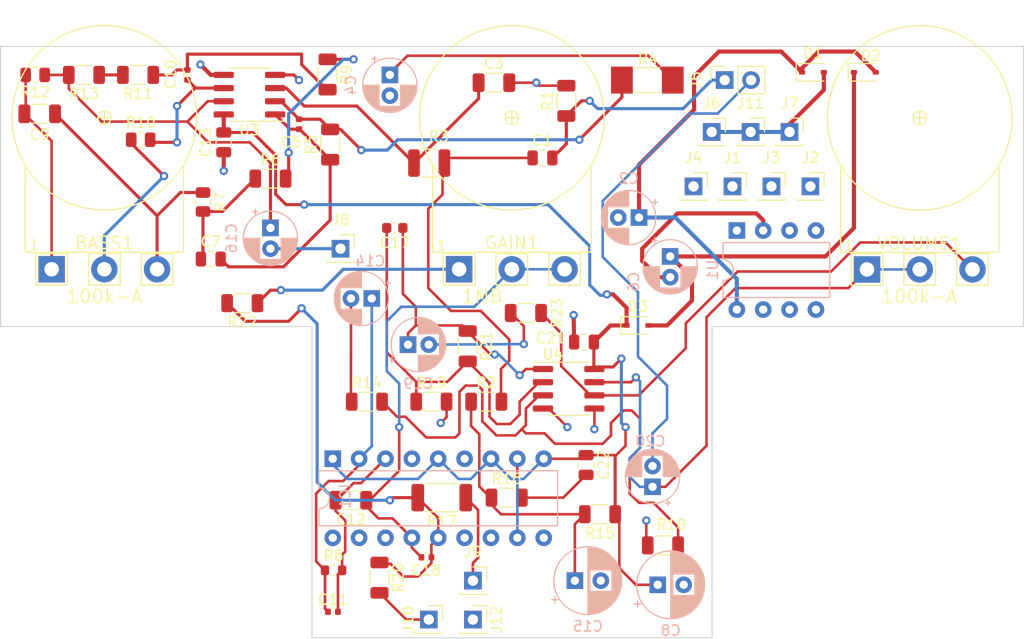
<source format=kicad_pcb>
(kicad_pcb (version 20221018) (generator pcbnew)
  (title_block (title "Hellerune Overdrive") (company "Offworld Serpent Devices"))
  (layers (0 "F.Cu" signal) (1 "In1.Cu" signal) (2 "In2.Cu" signal) (31 "B.Cu" signal) (34 "B.Paste" user) (35 "F.Paste" user) (36 "B.SilkS" user "B.Silkscreen") (37 "F.SilkS" user "F.Silkscreen") (38 "B.Mask" user) (39 "F.Mask" user) (44 "Edge.Cuts" user))
  (net 0 "")
  (net 1 "Net-(BASS1-Pad3)")
  (net 2 "Net-(BASS1-Pad2)")
  (net 3 "Net-(BASS1-Pad1)")
  (net 4 "Net-(C1-Pad1)")
  (net 5 "INPUT")
  (net 6 "9VOUT")
  (net 7 "Earth")
  (net 8 "Net-(U3A-+)")
  (net 9 "Net-(C4-Pad1)")
  (net 10 "Net-(C5-Pad1)")
  (net 11 "Net-(U3A--)")
  (net 12 "Net-(D2-K)")
  (net 13 "Net-(U1-CAP+)")
  (net 14 "Net-(C7-Pad1)")
  (net 15 "CD-VCC")
  (net 16 "Net-(U3B--)")
  (net 17 "Net-(C10-Pad2)")
  (net 18 "Net-(IC1-G)")
  (net 19 "Net-(IC1-A)")
  (net 20 "Net-(IC1-L)")
  (net 21 "Net-(C14-Pad2)")
  (net 22 "VREF")
  (net 23 "Net-(C16-Pad1)")
  (net 24 "Net-(J8-Pin_1)")
  (net 25 "Net-(C17-Pad1)")
  (net 26 "Net-(U4A--)")
  (net 27 "Net-(IC1-F)")
  (net 28 "Net-(C19-Pad2)")
  (net 29 "Net-(C20-Pad1)")
  (net 30 "OUTPUT")
  (net 31 "9V")
  (net 32 "Net-(GAIN1-Pad1)")
  (net 39 "Net-(J9-Pin_1)")
  (net 40 "Net-(J10-Pin_1)")
  (net 41 "Net-(R6-Pad2)")
  (net 42 "Net-(R11-Pad2)")
  (net 43 "Net-(U4A-+)")
  (net 44 "Net-(U4B--)")
  (footprint "Resistor_SMD:R_1206_3216Metric" (layer "F.Cu") (at 121.5 56.2125 -90)
    (fp_text reference "R9")
    (fp_text value "10k")
  )
  (footprint "Capacitor_SMD:C_1206_3216Metric" (layer "F.Cu") (at 137.525 57)
    (fp_text reference "C3")
    (fp_text value "4.7nF")
  )
  (footprint "Resistor_SMD:R_1206_3216Metric" (layer "F.Cu") (at 135 82.4 -90)
    (fp_text reference "R21")
    (fp_text value "200k")
  )
  (footprint "Package_SO:SOIC-8_3.9x4.9mm_P1.27mm" (layer "F.Cu") (at 113.975 58.155 180)
    (fp_text reference "U3")
    (fp_text value "TL072")
  )
  (footprint "Connector_PinSocket_2.54mm:PinSocket_1x02_P2.54mm_Vertical" (layer "F.Cu") (at 159.75 56.75 90)
    (fp_text reference "J5")
    (fp_text value "Conn_01x02_Female")
  )
  (footprint "Connector_PinSocket_2.54mm:PinSocket_1x01_P2.54mm_Vertical" (layer "F.Cu") (at 168 67)
    (fp_text reference "J2")
    (fp_text value "GND2")
  )
  (footprint "Resistor_SMD:R_0805_2012Metric" (layer "F.Cu") (at 109.5 68.5 -90)
    (fp_text reference "R7")
    (fp_text value "22k")
  )
  (footprint "Connector_PinSocket_2.54mm:PinSocket_1x01_P2.54mm_Vertical" (layer "F.Cu") (at 135.5 105)
    (fp_text reference "J9")
    (fp_text value "SWITCHY-2-B-IN-R2")
  )
  (footprint "cholm-footprints:16MM_T.MOUNT" (layer "F.Cu") (at 100 74.9855)
    (fp_text reference "BASS1")
    (fp_text value "100k-A")
  )
  (footprint "Resistor_SMD:R_1206_3216Metric" (layer "F.Cu") (at 140.6 79.2 180)
    (fp_text reference "R23")
    (fp_text value "100k")
  )
  (footprint "cholm-footprints:16MM_T.MOUNT" (layer "F.Cu") (at 178.5368 75)
    (fp_text reference "VOLUME1")
    (fp_text value "100k-A")
  )
  (footprint "Connector_PinSocket_2.54mm:PinSocket_1x01_P2.54mm_Vertical" (layer "F.Cu") (at 156.75 67)
    (fp_text reference "J4")
    (fp_text value "GND4")
  )
  (footprint "Resistor_SMD:R_1206_3216Metric" (layer "F.Cu") (at 113.2875 78.25 180)
    (fp_text reference "R22")
    (fp_text value "100k")
  )
  (footprint "Capacitor_SMD:C_0805_2012Metric" (layer "F.Cu") (at 110.25 74)
    (fp_text reference "C7")
    (fp_text value "22nF")
  )
  (footprint "Resistor_SMD:R_1206_3216Metric" (layer "F.Cu") (at 103.25 56.25 180)
    (fp_text reference "R11")
    (fp_text value "10k")
  )
  (footprint "Connector_PinSocket_2.54mm:PinSocket_1x01_P2.54mm_Vertical" (layer "F.Cu") (at 166 61.75)
    (fp_text reference "J7")
    (fp_text value "9VOUT1")
  )
  (footprint "Diode_SMD:D_SOD-323" (layer "F.Cu") (at 173.25 56)
    (fp_text reference "D2")
    (fp_text value "1N4001")
  )
  (footprint "Diode_SMD:D_SOD-323" (layer "F.Cu") (at 151.35 80.4)
    (fp_text reference "D3")
    (fp_text value "1N4001")
  )
  (footprint "Resistor_SMD:R_1210_3225Metric" (layer "F.Cu") (at 131.2875 64.75)
    (fp_text reference "R3")
    (fp_text value "1k")
  )
  (footprint "Capacitor_SMD:C_0402_1005Metric" (layer "F.Cu") (at 122.02 108)
    (fp_text reference "C11")
    (fp_text value "10pF")
  )
  (footprint "Resistor_SMD:R_1206_3216Metric" (layer "F.Cu") (at 125.2875 87.75)
    (fp_text reference "R14")
    (fp_text value "10k")
  )
  (footprint "Capacitor_SMD:C_0603_1608Metric" (layer "F.Cu") (at 127.975 71 180)
    (fp_text reference "C17")
    (fp_text value "3.3nF")
  )
  (footprint "Diode_SMD:D_SOD-323" (layer "F.Cu") (at 168.25 56)
    (fp_text reference "D1")
    (fp_text value "1N4001")
  )
  (footprint "Resistor_SMD:R_0805_2012Metric" (layer "F.Cu") (at 103.5 62.5)
    (fp_text reference "R10")
    (fp_text value "22k")
  )
  (footprint "Resistor_SMD:R_1206_3216Metric" (layer "F.Cu") (at 131.5 87.75)
    (fp_text reference "R19")
    (fp_text value "200k")
  )
  (footprint "Resistor_SMD:R_1206_3216Metric" (layer "F.Cu") (at 121.75 62.9625 90)
    (fp_text reference "R5")
    (fp_text value "10k")
  )
  (footprint "Connector_PinSocket_2.54mm:PinSocket_1x01_P2.54mm_Vertical" (layer "F.Cu") (at 164.25 67)
    (fp_text reference "J3")
    (fp_text value "GND3")
  )
  (footprint "Resistor_SMD:R_1206_3216Metric" (layer "F.Cu") (at 147.7375 98.6 180)
    (fp_text reference "R15")
    (fp_text value "100k")
  )
  (footprint "Resistor_SMD:R_2010_5025Metric" (layer "F.Cu") (at 132.5 97 180)
    (fp_text reference "R17")
    (fp_text value "270R")
  )
  (footprint "Connector_PinSocket_2.54mm:PinSocket_1x01_P2.54mm_Vertical" (layer "F.Cu") (at 158.5 61.75)
    (fp_text reference "J6")
    (fp_text value "9VIN")
  )
  (footprint "Capacitor_SMD:C_0402_1005Metric" (layer "F.Cu") (at 108 56.25 90)
    (fp_text reference "C10")
    (fp_text value "560pF")
  )
  (footprint "Capacitor_SMD:C_0402_1005Metric" (layer "F.Cu") (at 118.75 61 90)
    (fp_text reference "C5")
    (fp_text value "1nF")
  )
  (footprint "Capacitor_SMD:C_1206_3216Metric" (layer "F.Cu") (at 123.75 97.25 180)
    (fp_text reference "C12")
    (fp_text value "47nF")
  )
  (footprint "Capacitor_SMD:C_0805_2012Metric" (layer "F.Cu") (at 146.2 82 180)
    (fp_text reference "C21")
    (fp_text value "10nF")
  )
  (footprint "Resistor_SMD:R_0603_1608Metric" (layer "F.Cu") (at 122.075 104)
    (fp_text reference "R8")
    (fp_text value "10M")
  )
  (footprint "Capacitor_SMD:C_0805_2012Metric" (layer "F.Cu") (at 111.5 62.75 -90)
    (fp_text reference "C13")
    (fp_text value "10nF")
  )
  (footprint "Capacitor_SMD:C_1206_3216Metric" (layer "F.Cu") (at 93.775 60)
    (fp_text reference "C9")
    (fp_text value "47nF")
  )
  (footprint "Resistor_SMD:R_1206_3216Metric" (layer "F.Cu") (at 144.5 58.75 90)
    (fp_text reference "R1")
    (fp_text value "2.2M")
  )
  (footprint "Resistor_SMD:R_1206_3216Metric" (layer "F.Cu") (at 153.8 101.6)
    (fp_text reference "R18")
    (fp_text value "2.2M")
  )
  (footprint "Capacitor_SMD:C_0805_2012Metric" (layer "F.Cu") (at 142.2 64.25)
    (fp_text reference "C1")
    (fp_text value "10nF")
  )
  (footprint "Resistor_SMD:R_1206_3216Metric" (layer "F.Cu") (at 98.0375 56.25 180)
    (fp_text reference "R13")
    (fp_text value "47k")
  )
  (footprint "Connector_PinSocket_2.54mm:PinSocket_1x01_P2.54mm_Vertical" (layer "F.Cu") (at 122.75 73)
    (fp_text reference "J8")
    (fp_text value "SWITCHY-2-B-OUT")
  )
  (footprint "Package_SO:SOIC-8_3.9x4.9mm_P1.27mm" (layer "F.Cu") (at 144.725 86.505)
    (fp_text reference "U4")
    (fp_text value "TL072")
  )
  (footprint "Resistor_SMD:R_1206_3216Metric" (layer "F.Cu") (at 126.5 104.7125 -90)
    (fp_text reference "R20")
    (fp_text value "100k")
  )
  (footprint "Connector_PinSocket_2.54mm:PinSocket_1x01_P2.54mm_Vertical" (layer "F.Cu") (at 160.5 67)
    (fp_text reference "J1")
    (fp_text value "GND1")
  )
  (footprint "Connector_PinSocket_2.54mm:PinSocket_1x01_P2.54mm_Vertical" (layer "F.Cu") (at 131.25 108.75)
    (fp_text reference "J10")
    (fp_text value "SWITCHY-2-B-IN-R1")
  )
  (footprint "Resistor_SMD:R_1206_3216Metric" (layer "F.Cu") (at 136.7875 87.75)
    (fp_text reference "R2")
    (fp_text value "2.2M")
  )
  (footprint "Connector_PinSocket_2.54mm:PinSocket_1x01_P2.54mm_Vertical" (layer "F.Cu") (at 135.5 108.75)
    (fp_text reference "J12")
    (fp_text value "GND4")
  )
  (footprint "Resistor_SMD:R_1206_3216Metric" (layer "F.Cu") (at 116 66.25)
    (fp_text reference "R6")
    (fp_text value "47k")
  )
  (footprint "Resistor_SMD:R_1206_3216Metric" (layer "F.Cu") (at 138.75 97)
    (fp_text reference "R16")
    (fp_text value "100k")
  )
  (footprint "Connector_PinSocket_2.54mm:PinSocket_1x01_P2.54mm_Vertical" (layer "F.Cu") (at 162.25 61.75)
    (fp_text reference "J11")
    (fp_text value "9VOUT2")
  )
  (footprint "Resistor_SMD:R_0805_2012Metric" (layer "F.Cu") (at 93.3375 56.25 180)
    (fp_text reference "R12")
    (fp_text value "22k")
  )
  (footprint "Resistor_SMD:R_MELF_MMB-0207" (layer "F.Cu") (at 152.3 56.75)
    (fp_text reference "R4")
    (fp_text value "2.2k")
  )
  (footprint "Capacitor_SMD:C_0402_1005Metric" (layer "F.Cu") (at 131.02 102.75)
    (fp_text reference "C18")
    (fp_text value "10pF")
  )
  (footprint "Capacitor_SMD:C_0805_2012Metric" (layer "F.Cu") (at 146.4 93.85 -90)
    (fp_text reference "C22")
    (fp_text value "10nF")
  )
  (footprint "cholm-footprints:16MM_T.MOUNT" (layer "F.Cu") (at 139.25 74.9855)
    (fp_text reference "GAIN1")
    (fp_text value "1MB")
  )
  (footprint "Package_DIP:DIP-8_W7.62mm" (layer "B.Cu") (at 160.92 71.25 -90)
    (fp_text reference "U1")
    (fp_text value "LT1054")
  )
  (footprint "Capacitor_THT:CP_Radial_D5.0mm_P2.00mm" (layer "B.Cu") (at 127.5 56.25 -90)
    (fp_text reference "C4")
    (fp_text value "4.7uF-bi")
  )
  (footprint "Capacitor_THT:CP_Radial_D6.3mm_P2.50mm" (layer "B.Cu") (at 145.317621 105)
    (fp_text reference "C15")
    (fp_text value "100uF")
  )
  (footprint "Capacitor_THT:CP_Radial_D5.0mm_P2.00mm" (layer "B.Cu") (at 125.755113 77.8 180)
    (fp_text reference "C14")
    (fp_text value "4.7uF-bi")
  )
  (footprint "Capacitor_THT:CP_Radial_D5.0mm_P2.00mm" (layer "B.Cu") (at 151.5 70 180)
    (fp_text reference "C2")
    (fp_text value "2.2uF")
  )
  (footprint "Capacitor_THT:CP_Radial_D5.0mm_P2.00mm" (layer "B.Cu") (at 116 71 -90)
    (fp_text reference "C16")
    (fp_text value "4.7uF-bi")
  )
  (footprint "Capacitor_THT:CP_Radial_D5.0mm_P2.00mm" (layer "B.Cu") (at 152.8 95.955113 90)
    (fp_text reference "C20")
    (fp_text value "4.7uF-bi")
  )
  (footprint "Capacitor_THT:CP_Radial_D6.3mm_P2.50mm" (layer "B.Cu") (at 153.3 105.4)
    (fp_text reference "C8")
    (fp_text value "100uF")
  )
  (footprint "Capacitor_THT:CP_Radial_D5.0mm_P2.00mm" (layer "B.Cu") (at 154.5 73.75 -90)
    (fp_text reference "C6")
    (fp_text value "10uF")
  )
  (footprint "Capacitor_THT:CP_Radial_D5.0mm_P2.00mm" (layer "B.Cu") (at 129.25 82.25)
    (fp_text reference "C19")
    (fp_text value "4.7uF-bi")
  )
  (footprint "Package_DIP:DIP-18_W7.62mm" (layer "B.Cu") (at 122 93.25 -90)
    (fp_text reference "IC1")
    (fp_text value "CD4049UBE")
  )
  (gr_line (start 188.5368 53.5) (end 188.5368 80.5) (stroke (width 0.1)) (layer "Edge.Cuts"))
  (gr_line (start 120 80.5) (end 120 110.5) (stroke (width 0.1)) (layer "Edge.Cuts"))
  (gr_line (start 90 53.5) (end 90 80.5) (stroke (width 0.1)) (layer "Edge.Cuts"))
  (gr_line (start 90 80.5) (end 120 80.5) (stroke (width 0.1)) (layer "Edge.Cuts"))
  (gr_line (start 158.5368 80.5) (end 158.5368 110.5) (stroke (width 0.1)) (layer "Edge.Cuts"))
  (gr_line (start 120 110.5) (end 158.5368 110.5) (stroke (width 0.1)) (layer "Edge.Cuts"))
  (gr_line (start 90 53.5) (end 188.5368 53.5) (stroke (width 0.1)) (layer "Edge.Cuts"))
  (gr_line (start 158.5368 80.5) (end 188.5368 80.5) (stroke (width 0.1)) (layer "Edge.Cuts"))
  (segment (start 105.08 69.83) (end 105.08 74.9855) (width 0.3) (layer "F.Cu") (net 1))
  (segment (start 109.5 67.5875) (end 107.3225 67.5875) (width 0.3) (layer "F.Cu") (net 1))
  (segment (start 107.3225 67.5875) (end 105.08 69.83) (width 0.3) (layer "F.Cu") (net 1))
  (segment (start 95.25 60) (end 105.08 69.83) (width 0.3) (layer "F.Cu") (net 1))
  (segment (start 105.75 66) (end 102.5875 62.8375) (width 0.3) (layer "F.Cu") (net 2))
  (segment (start 102.5875 62.8375) (end 102.5875 62.5) (width 0.3) (layer "F.Cu") (net 2))
  (via (at 105.75 66) (size 0.8) (drill 0.4) (layers "F.Cu" "B.Cu") (net 2))
  (segment (start 100 74.9855) (end 100 71.75) (width 0.3) (layer "B.Cu") (net 2))
  (segment (start 100 71.75) (end 105.75 66) (width 0.3) (layer "B.Cu") (net 2))
  (segment (start 94.92 62.62) (end 94.92 74.9855) (width 0.25) (layer "F.Cu") (net 3))
  (segment (start 92.425 59.875) (end 92.3 60) (width 0.25) (layer "F.Cu") (net 3))
  (segment (start 92.3 60) (end 94.92 62.62) (width 0.25) (layer "F.Cu") (net 3))
  (segment (start 92.425 56.25) (end 92.425 59.875) (width 0.25) (layer "F.Cu") (net 3))
  (segment (start 136.250673 79) (end 133.4 79) (width 0.25) (layer "F.Cu") (net 4))
  (segment (start 133.4 79) (end 131.2 76.8) (width 0.25) (layer "F.Cu") (net 4))
  (segment (start 138.25 87.75) (end 138.2 87.7) (width 0.25) (layer "F.Cu") (net 4))
  (segment (start 132.575 64.925) (end 132.75 64.75) (width 0.25) (layer "F.Cu") (net 4))
  (segment (start 139 81.749327) (end 136.250673 79) (width 0.25) (layer "F.Cu") (net 4))
  (segment (start 131.2 76.8) (end 131.2 69.15) (width 0.25) (layer "F.Cu") (net 4))
  (segment (start 138.2 87.7) (end 138.2 84.6) (width 0.25) (layer "F.Cu") (net 4))
  (segment (start 141.25 64.25) (end 133.25 64.25) (width 0.25) (layer "F.Cu") (net 4))
  (segment (start 138.2 84.6) (end 139 83.8) (width 0.25) (layer "F.Cu") (net 4))
  (segment (start 133.25 64.25) (end 132.75 64.75) (width 0.25) (layer "F.Cu") (net 4))
  (segment (start 139 83.8) (end 139 81.749327) (width 0.25) (layer "F.Cu") (net 4))
  (segment (start 132.575 67.775) (end 132.575 64.925) (width 0.25) (layer "F.Cu") (net 4))
  (segment (start 131.2 69.15) (end 132.575 67.775) (width 0.25) (layer "F.Cu") (net 4))
  (segment (start 144.5 60.2125) (end 144.5 62.9) (width 0.3) (layer "F.Cu") (net 5))
  (segment (start 144.5 62.9) (end 143.15 64.25) (width 0.3) (layer "F.Cu") (net 5))
  (segment (start 144.5 60.2125) (end 145.9625 58.75) (width 0.3) (layer "F.Cu") (net 5))
  (segment (start 145.9625 58.75) (end 146.75 58.75) (width 0.3) (layer "F.Cu") (net 5))
  (via (at 146.75 58.75) (size 0.8) (drill 0.4) (layers "F.Cu" "B.Cu") (net 5))
  (segment (start 158.5 56.75) (end 159.75 56.75) (width 0.3) (layer "B.Cu") (net 5))
  (segment (start 147.5 59.5) (end 155.75 59.5) (width 0.3) (layer "B.Cu") (net 5))
  (segment (start 155.75 59.5) (end 158.5 56.75) (width 0.3) (layer "B.Cu") (net 5))
  (segment (start 146.75 58.75) (end 147.5 59.5) (width 0.3) (layer "B.Cu") (net 5))
  (segment (start 167.2 56) (end 167.2 55.6) (width 0.4) (layer "F.Cu") (net 6))
  (segment (start 159.2 54) (end 156.8 56.4) (width 0.4) (layer "F.Cu") (net 6))
  (segment (start 165.2 54) (end 159.2 54) (width 0.4) (layer "F.Cu") (net 6))
  (segment (start 156.8 56.4) (end 156.8 59.6) (width 0.4) (layer "F.Cu") (net 6))
  (segment (start 167.2 56) (end 165.2 54) (width 0.4) (layer "F.Cu") (net 6))
  (segment (start 151.5 64.9) (end 151.5 70) (width 0.4) (layer "F.Cu") (net 6))
  (segment (start 172.3 54) (end 174.3 56) (width 0.4) (layer "F.Cu") (net 6))
  (segment (start 156.8 59.6) (end 151.5 64.9) (width 0.4) (layer "F.Cu") (net 6))
  (segment (start 168.8 54) (end 172.3 54) (width 0.4) (layer "F.Cu") (net 6))
  (segment (start 167.2 55.6) (end 168.8 54) (width 0.4) (layer "F.Cu") (net 6))
  (segment (start 151.5 70) (end 155 70) (width 0.4) (layer "B.Cu") (net 6))
  (segment (start 160.92 75.92) (end 160.92 78.87) (width 0.4) (layer "B.Cu") (net 6))
  (segment (start 155 70) (end 160.92 75.92) (width 0.4) (layer "B.Cu") (net 6))
  (segment (start 144.5 57.2875) (end 141.8875 57.2875) (width 0.25) (layer "F.Cu") (net 7))
  (segment (start 145.207692 79.407692) (end 145.207692 79.8) (width 0.4) (layer "F.Cu") (net 7))
  (segment (start 132.9625 89.2375) (end 132.4 89.8) (width 0.25) (layer "F.Cu") (net 7))
  (segment (start 139 57) (end 141.6 57) (width 0.25) (layer "F.Cu") (net 7))
  (segment (start 111.5 65.5) (end 111.5 63.7) (width 0.4) (layer "F.Cu") (net 7))
  (segment (start 145.25 82) (end 145.207692 79.8) (width 0.4) (layer "F.Cu") (net 7))
  (segment (start 139.78 96.5675) (end 139.78 93.25) (width 0.25) (layer "F.Cu") (net 7))
  (segment (start 142.81 88.41) (end 144.6 90.2) (width 0.25) (layer "F.Cu") (net 7))
  (segment (start 140.2125 97) (end 139.78 96.5675) (width 0.25) (layer "F.Cu") (net 7))
  (segment (start 144.2 97) (end 140.2125 97) (width 0.25) (layer "F.Cu") (net 7))
  (segment (start 142.25 88.41) (end 142.81 88.41) (width 0.25) (layer "F.Cu") (net 7))
  (segment (start 116.45 56.25) (end 118.25 56.25) (width 0.3) (layer "F.Cu") (net 7))
  (segment (start 141.8875 57.2875) (end 141.6 57) (width 0.25) (layer "F.Cu") (net 7))
  (segment (start 145.2 79.4) (end 145.25 79.45) (width 0.4) (layer "F.Cu") (net 7))
  (segment (start 145.2 79.4) (end 145.207692 79.407692) (width 0.4) (layer "F.Cu") (net 7))
  (segment (start 132.9625 87.75) (end 132.9625 89.2375) (width 0.25) (layer "F.Cu") (net 7))
  (segment (start 118.25 56.25) (end 118.75 56.75) (width 0.3) (layer "F.Cu") (net 7))
  (segment (start 146.4 94.8) (end 144.2 97) (width 0.25) (layer "F.Cu") (net 7))
  (via (at 132.4 89.8) (size 0.8) (drill 0.4) (layers "F.Cu" "B.Cu") (net 7))
  (via (at 145.2 79.4) (size 0.8) (drill 0.4) (layers "F.Cu" "B.Cu") (net 7))
  (via (at 118.75 56.75) (size 0.8) (drill 0.4) (layers "F.Cu" "B.Cu") (net 7))
  (via (at 141.6 57) (size 0.8) (drill 0.4) (layers "F.Cu" "B.Cu") (net 7))
  (via (at 111.5 65.5) (size 0.8) (drill 0.4) (layers "F.Cu" "B.Cu") (net 7))
  (via (at 144.6 90.2) (size 0.8) (drill 0.4) (layers "F.Cu" "B.Cu") (net 7))
  (segment (start 136.05 58.525) (end 136.05 57) (width 0.3) (layer "F.Cu") (net 8))
  (segment (start 129.825 64.75) (end 136.05 58.525) (width 0.3) (layer "F.Cu") (net 8))
  (segment (start 119.25 59.25) (end 124.325 59.25) (width 0.3) (layer "F.Cu") (net 8))
  (segment (start 116.45 57.52) (end 117.52 57.52) (width 0.3) (layer "F.Cu") (net 8))
  (segment (start 117.52 57.52) (end 119.25 59.25) (width 0.3) (layer "F.Cu") (net 8))
  (segment (start 124.325 59.25) (end 129.825 64.75) (width 0.3) (layer "F.Cu") (net 8))
  (segment (start 127.5 56.25) (end 127.5 56.1) (width 0.25) (layer "F.Cu") (net 9))
  (segment (start 127.5 56.1) (end 129.2 54.4) (width 0.25) (layer "F.Cu") (net 9))
  (segment (start 129.2 54.4) (end 152.4 54.4) (width 0.25) (layer "F.Cu") (net 9))
  (segment (start 152.4 54.4) (end 154.75 56.75) (width 0.25) (layer "F.Cu") (net 9))
  (segment (start 118.75 61.48) (end 117.87 61.48) (width 0.3) (layer "F.Cu") (net 10))
  (segment (start 121.75 70.25) (end 117.25 74.75) (width 0.3) (layer "F.Cu") (net 10))
  (segment (start 111.95 74.75) (end 111.2 74) (width 0.3) (layer "F.Cu") (net 10))
  (segment (start 117.87 61.48) (end 116.45 60.06) (width 0.3) (layer "F.Cu") (net 10))
  (segment (start 121.75 64.425) (end 121.75 70.25) (width 0.3) (layer "F.Cu") (net 10))
  (segment (start 118.805 61.48) (end 121.75 64.425) (width 0.3) (layer "F.Cu") (net 10))
  (segment (start 118.75 61.48) (end 118.805 61.48) (width 0.3) (layer "F.Cu") (net 10))
  (segment (start 117.25 74.75) (end 111.95 74.75) (width 0.3) (layer "F.Cu") (net 10))
  (segment (start 118.75 60.52) (end 120.77 60.52) (width 0.3) (layer "F.Cu") (net 11))
  (segment (start 121.75 61.5) (end 122.75 61.5) (width 0.3) (layer "F.Cu") (net 11))
  (segment (start 122.75 61.5) (end 124.75 63.5) (width 0.3) (layer "F.Cu") (net 11))
  (segment (start 117.02 58.79) (end 116.45 58.79) (width 0.3) (layer "F.Cu") (net 11))
  (segment (start 145.75 62.5) (end 149.85 58.4) (width 0.3) (layer "F.Cu") (net 11))
  (segment (start 118.75 60.52) (end 117.02 58.79) (width 0.3) (layer "F.Cu") (net 11))
  (segment (start 149.85 58.4) (end 149.85 56.75) (width 0.3) (layer "F.Cu") (net 11))
  (segment (start 120.77 60.52) (end 121.75 61.5) (width 0.3) (layer "F.Cu") (net 11))
  (via (at 124.75 63.5) (size 0.8) (drill 0.4) (layers "F.Cu" "B.Cu") (net 11))
  (via (at 145.75 62.5) (size 0.8) (drill 0.4) (layers "F.Cu" "B.Cu") (net 11))
  (segment (start 127.25 63.5) (end 128.25 62.5) (width 0.3) (layer "B.Cu") (net 11))
  (segment (start 128.25 62.5) (end 145.75 62.5) (width 0.3) (layer "B.Cu") (net 11))
  (segment (start 124.75 63.5) (end 127.25 63.5) (width 0.3) (layer "B.Cu") (net 11))
  (segment (start 154.2 80.4) (end 152.4 80.4) (width 0.4) (layer "F.Cu") (net 12))
  (segment (start 156.6 78) (end 154.2 80.4) (width 0.4) (layer "F.Cu") (net 12))
  (segment (start 154.55 73.75) (end 156.6 75.8) (width 0.4) (layer "F.Cu") (net 12))
  (segment (start 154.5 73.75) (end 154.55 73.75) (width 0.4) (layer "F.Cu") (net 12))
  (segment (start 172.2 71) (end 169.45 73.75) (width 0.4) (layer "F.Cu") (net 12))
  (segment (start 172.2 56) (end 172.2 71) (width 0.4) (layer "F.Cu") (net 12))
  (segment (start 169.45 73.75) (end 154.5 73.75) (width 0.4) (layer "F.Cu") (net 12))
  (segment (start 156.6 75.8) (end 156.6 78) (width 0.4) (layer "F.Cu") (net 12))
  (segment (start 153.36863 75.75) (end 151.8 74.18137) (width 0.4) (layer "F.Cu") (net 13))
  (segment (start 151.8 73) (end 155.2 69.6) (width 0.4) (layer "F.Cu") (net 13))
  (segment (start 163.46 70.26) (end 163.46 71.25) (width 0.4) (layer "F.Cu") (net 13))
  (segment (start 155.2 69.6) (end 162.8 69.6) (width 0.4) (layer "F.Cu") (net 13))
  (segment (start 151.8 74.18137) (end 151.8 73) (width 0.4) (layer "F.Cu") (net 13))
  (segment (start 162.8 69.6) (end 163.46 70.26) (width 0.4) (layer "F.Cu") (net 13))
  (segment (start 154.5 75.75) (end 153.36863 75.75) (width 0.4) (layer "F.Cu") (net 13))
  (segment (start 109.5 73.8) (end 109.3 74) (width 0.3) (layer "F.Cu") (net 14))
  (segment (start 109.5 69.4125) (end 109.5 73.8) (width 0.3) (layer "F.Cu") (net 14))
  (segment (start 111.375 69.4125) (end 109.5 69.4125) (width 0.3) (layer "F.Cu") (net 14))
  (segment (start 114.5375 66.25) (end 111.375 69.4125) (width 0.3) (layer "F.Cu") (net 14))
  (segment (start 149.6 99) (end 149.2 98.6) (width 0.25) (layer "F.Cu") (net 15))
  (segment (start 114.3 61.8) (end 116.5 64) (width 0.3) (layer "F.Cu") (net 15))
  (segment (start 150.3 78.7) (end 149 77.4) (width 0.4) (layer "F.Cu") (net 15))
  (segment (start 149.8 83.6) (end 149 84.4) (width 0.3) (layer "F.Cu") (net 15))
  (segment (start 151.2 105.4) (end 149.6 103.8) (width 0.25) (layer "F.Cu") (net 15))
  (segment (start 150.3 80.4) (end 148.75 80.4) (width 0.4) (layer "F.Cu") (net 15))
  (segment (start 148.75 80.4) (end 147.15 82) (width 0.4) (layer "F.Cu") (net 15))
  (segment (start 146.4 92.9) (end 146.05 93.25) (width 0.25) (layer "F.Cu") (net 15))
  (segment (start 147.4 84.4) (end 147.2 84.6) (width 0.3) (layer "F.Cu") (net 15))
  (segment (start 150.2 92) (end 150.2 90.2) (width 0.25) (layer "F.Cu") (net 15))
  (segment (start 149 77.4) (end 148.4 77.4) (width 0.4) (layer "F.Cu") (net 15))
  (segment (start 149.6 103.8) (end 149.6 99) (width 0.25) (layer "F.Cu") (net 15))
  (segment (start 149.2 98.6) (end 149.2 93) (width 0.3) (layer "F.Cu") (net 15))
  (segment (start 153.3 105.4) (end 151.2 105.4) (width 0.25) (layer "F.Cu") (net 15))
  (segment (start 117.5 68.75) (end 119.25 68.75) (width 0.3) (layer "F.Cu") (net 15))
  (segment (start 150.3 80.4) (end 150.3 78.7) (width 0.4) (layer "F.Cu") (net 15))
  (segment (start 149.2 93) (end 150.2 92) (width 0.25) (layer "F.Cu") (net 15))
  (segment (start 116.5 64) (end 116.5 67.75) (width 0.3) (layer "F.Cu") (net 15))
  (segment (start 146.05 93.25) (end 142.32 93.25) (width 0.25) (layer "F.Cu") (net 15))
  (segment (start 116.5 67.75) (end 117.5 68.75) (width 0.3) (layer "F.Cu") (net 15))
  (segment (start 147.15 82) (end 147.15 84.55) (width 0.3) (layer "F.Cu") (net 15))
  (segment (start 146.4 92.9) (end 149.1 92.9) (width 0.25) (layer "F.Cu") (net 15))
  (segment (start 111.5 61.8) (end 111.5 60.06) (width 0.4) (layer "F.Cu") (net 15))
  (segment (start 149.1 92.9) (end 149.2 93) (width 0.25) (layer "F.Cu") (net 15))
  (segment (start 147.15 84.55) (end 147.2 84.6) (width 0.3) (layer "F.Cu") (net 15))
  (segment (start 111.5 61.8) (end 114.3 61.8) (width 0.3) (layer "F.Cu") (net 15))
  (segment (start 149 84.4) (end 147.4 84.4) (width 0.3) (layer "F.Cu") (net 15))
  (via (at 119.25 68.75) (size 0.8) (drill 0.4) (layers "F.Cu" "B.Cu") (net 15))
  (via (at 148.4 77.4) (size 0.8) (drill 0.4) (layers "F.Cu" "B.Cu") (net 15))
  (via (at 149.8 83.6) (size 0.8) (drill 0.4) (layers "F.Cu" "B.Cu") (net 15))
  (via (at 150.2 90.2) (size 0.8) (drill 0.4) (layers "F.Cu" "B.Cu") (net 15))
  (segment (start 149.8 83.6) (end 149.8 89.8) (width 0.3) (layer "B.Cu") (net 15))
  (segment (start 137.24 93.25) (end 139.19 95.2) (width 0.25) (layer "B.Cu") (net 15))
  (segment (start 147.75 77.5) (end 148.3 77.5) (width 0.3) (layer "B.Cu") (net 15))
  (segment (start 140.37 95.2) (end 142.32 93.25) (width 0.25) (layer "B.Cu") (net 15))
  (segment (start 148.3 77.5) (end 148.4 77.4) (width 0.3) (layer "B.Cu") (net 15))
  (segment (start 142.75 68.75) (end 146.75 72.75) (width 0.3) (layer "B.Cu") (net 15))
  (segment (start 139.78 100.87) (end 139.78 95.22) (width 0.25) (layer "B.Cu") (net 15))
  (segment (start 122 93.8) (end 123.4 95.2) (width 0.25) (layer "B.Cu") (net 15))
  (segment (start 132.16 93.25) (end 134.11 95.2) (width 0.25) (layer "B.Cu") (net 15))
  (segment (start 130.21 95.2) (end 132.16 93.25) (width 0.25) (layer "B.Cu") (net 15))
  (segment (start 119.25 68.75) (end 142.75 68.75) (width 0.3) (layer "B.Cu") (net 15))
  (segment (start 123.4 95.2) (end 130.21 95.2) (width 0.25) (layer "B.Cu") (net 15))
  (segment (start 146.75 76.5) (end 147.75 77.5) (width 0.3) (layer "B.Cu") (net 15))
  (segment (start 139.78 95.22) (end 139.8 95.2) (width 0.25) (layer "B.Cu") (net 15))
  (segment (start 149.8 89.8) (end 150.2 90.2) (width 0.3) (layer "B.Cu") (net 15))
  (segment (start 139.8 95.2) (end 140.37 95.2) (width 0.25) (layer "B.Cu") (net 15))
  (segment (start 122 93.25) (end 122 93.8) (width 0.25) (layer "B.Cu") (net 15))
  (segment (start 146.75 72.75) (end 146.75 76.5) (width 0.3) (layer "B.Cu") (net 15))
  (segment (start 139.19 95.2) (end 139.8 95.2) (width 0.25) (layer "B.Cu") (net 15))
  (segment (start 134.11 95.2) (end 135.29 95.2) (width 0.25) (layer "B.Cu") (net 15))
  (segment (start 135.29 95.2) (end 137.24 93.25) (width 0.25) (layer "B.Cu") (net 15))
  (segment (start 108.79 57.52) (end 108.73 57.52) (width 0.3) (layer "F.Cu") (net 16))
  (segment (start 104.6625 62.75) (end 104.4125 62.5) (width 0.3) (layer "F.Cu") (net 16))
  (segment (start 108.73 57.52) (end 107 59.25) (width 0.3) (layer "F.Cu") (net 16))
  (segment (start 107 62.75) (end 104.6625 62.75) (width 0.3) (layer "F.Cu") (net 16))
  (segment (start 108.79 57.52) (end 111.5 57.52) (width 0.3) (layer "F.Cu") (net 16))
  (segment (start 108 56.73) (end 108.79 57.52) (width 0.3) (layer "F.Cu") (net 16))
  (via (at 107 62.75) (size 0.8) (drill 0.4) (layers "F.Cu" "B.Cu") (net 16))
  (via (at 107 59.25) (size 0.8) (drill 0.4) (layers "F.Cu" "B.Cu") (net 16))
  (segment (start 107 59.25) (end 107 62.75) (width 0.3) (layer "B.Cu") (net 16))
  (segment (start 104.7125 56.25) (end 106.517035 56.25) (width 0.3) (layer "F.Cu") (net 17))
  (segment (start 121.425 57.675) (end 121.5 57.675) (width 0.3) (layer "F.Cu") (net 17))
  (segment (start 108 54.25) (end 119 54.25) (width 0.3) (layer "F.Cu") (net 17))
  (segment (start 106.997035 55.77) (end 108 55.77) (width 0.3) (layer "F.Cu") (net 17))
  (segment (start 119 55.25) (end 121.425 57.675) (width 0.3) (layer "F.Cu") (net 17))
  (segment (start 106.517035 56.25) (end 106.997035 55.77) (width 0.3) (layer "F.Cu") (net 17))
  (segment (start 108 55.77) (end 108 54.25) (width 0.3) (layer "F.Cu") (net 17))
  (segment (start 119 54.25) (end 119 55.25) (width 0.3) (layer "F.Cu") (net 17))
  (segment (start 121.25 104) (end 121.25 107.71) (width 0.25) (layer "F.Cu") (net 18))
  (segment (start 121.6 95.4) (end 120.4 96.6) (width 0.25) (layer "F.Cu") (net 18))
  (segment (start 123 95.4) (end 121.6 95.4) (width 0.25) (layer "F.Cu") (net 18))
  (segment (start 120.4 96.6) (end 120.4 103.15) (width 0.25) (layer "F.Cu") (net 18))
  (segment (start 120.4 103.15) (end 121.25 104) (width 0.25) (layer "F.Cu") (net 18))
  (segment (start 124.54 93.25) (end 124.54 93.86) (width 0.25) (layer "F.Cu") (net 18))
  (segment (start 121.25 107.71) (end 121.54 108) (width 0.25) (layer "F.Cu") (net 18))
  (segment (start 124.54 93.86) (end 123 95.4) (width 0.25) (layer "F.Cu") (net 18))
  (segment (start 124.54 93.25) (end 125.8 91.99) (width 0.25) (layer "B.Cu") (net 18))
  (segment (start 125.755113 91.945113) (end 125.755113 77.8) (width 0.25) (layer "B.Cu") (net 18))
  (segment (start 125.8 91.99) (end 125.755113 91.945113) (width 0.25) (layer "B.Cu") (net 18))
  (segment (start 122.35 97.25) (end 124 95.6) (width 0.25) (layer "F.Cu") (net 19))
  (segment (start 124.73 95.6) (end 127.08 93.25) (width 0.25) (layer "F.Cu") (net 19))
  (segment (start 122.275 97.25) (end 122.275 98.275) (width 0.25) (layer "F.Cu") (net 19))
  (segment (start 123.2 102.2) (end 123.2 99.2) (width 0.25) (layer "F.Cu") (net 19))
  (segment (start 122.5 104.4) (end 122.5 108) (width 0.25) (layer "F.Cu") (net 19))
  (segment (start 122.9 104) (end 122.9 102.5) (width 0.25) (layer "F.Cu") (net 19))
  (segment (start 122.275 98.275) (end 123.2 99.2) (width 0.25) (layer "F.Cu") (net 19))
  (segment (start 122.9 104) (end 122.5 104.4) (width 0.25) (layer "F.Cu") (net 19))
  (segment (start 124 95.6) (end 124.73 95.6) (width 0.25) (layer "F.Cu") (net 19))
  (segment (start 122.275 97.25) (end 122.35 97.25) (width 0.25) (layer "F.Cu") (net 19))
  (segment (start 122.9 102.5) (end 123.2 102.2) (width 0.25) (layer "F.Cu") (net 19))
  (segment (start 125.225 97.825) (end 125.225 97.25) (width 0.25) (layer "F.Cu") (net 20))
  (segment (start 125.55 97.25) (end 128.4 94.4) (width 0.25) (layer "F.Cu") (net 20))
  (segment (start 126.4 99) (end 125.225 97.825) (width 0.25) (layer "F.Cu") (net 20))
  (segment (start 127.75 99) (end 126.4 99) (width 0.25) (layer "F.Cu") (net 20))
  (segment (start 129.62 100.87) (end 129.62 101.83) (width 0.25) (layer "F.Cu") (net 20))
  (segment (start 129.62 100.87) (end 127.75 99) (width 0.25) (layer "F.Cu") (net 20))
  (segment (start 129.62 101.83) (end 130.54 102.75) (width 0.25) (layer "F.Cu") (net 20))
  (segment (start 125.225 97.25) (end 125.55 97.25) (width 0.25) (layer "F.Cu") (net 20))
  (segment (start 128.4 94.4) (end 128.4 90.2) (width 0.25) (layer "F.Cu") (net 20))
  (via (at 128.4 90.2) (size 0.8) (drill 0.4) (layers "F.Cu" "B.Cu") (net 20))
  (segment (start 135.6355 78.6) (end 139.25 74.9855) (width 0.25) (layer "B.Cu") (net 20))
  (segment (start 127.2 80) (end 128.6 78.6) (width 0.25) (layer "B.Cu") (net 20))
  (segment (start 128.6 78.6) (end 135.6355 78.6) (width 0.25) (layer "B.Cu") (net 20))
  (segment (start 128.4 86) (end 127.2 84.8) (width 0.25) (layer "B.Cu") (net 20))
  (segment (start 127.2 84.8) (end 127.2 80) (width 0.25) (layer "B.Cu") (net 20))
  (segment (start 128.4 90.2) (end 128.4 86) (width 0.25) (layer "B.Cu") (net 20))
  (segment (start 139.25 74.9855) (end 144.33 74.9855) (width 0.25) (layer "B.Cu") (net 20))
  (segment (start 123.75 87.675) (end 123.825 87.75) (width 0.25) (layer "F.Cu") (net 21))
  (segment (start 123.75 83.5) (end 123.755113 83.494887) (width 0.25) (layer "F.Cu") (net 21))
  (segment (start 123.755113 83.494887) (end 123.755113 77.8) (width 0.25) (layer "F.Cu") (net 21))
  (segment (start 123.75 83.5) (end 123.75 87.675) (width 0.25) (layer "F.Cu") (net 21))
  (segment (start 138.2 98.6) (end 146.275 98.6) (width 0.25) (layer "F.Cu") (net 22))
  (segment (start 111.5 56.25) (end 110.25 56.25) (width 0.4) (layer "F.Cu") (net 22))
  (segment (start 136.115 90.885) (end 135.325 90.095) (width 0.25) (layer "F.Cu") (net 22))
  (segment (start 136.115 95.915) (end 136.115 90.885) (width 0.25) (layer "F.Cu") (net 22))
  (segment (start 135.325 90.095) (end 135.325 87.75) (width 0.25) (layer "F.Cu") (net 22))
  (segment (start 137.2875 97) (end 137.2 97) (width 0.25) (layer "F.Cu") (net 22))
  (segment (start 110.25 56.25) (end 109.25 55.25) (width 0.4) (layer "F.Cu") (net 22))
  (segment (start 152.2 99.2) (end 152.2 101.4625) (width 0.25) (layer "F.Cu") (net 22))
  (segment (start 137.2875 97.6875) (end 138.2 98.6) (width 0.25) (layer "F.Cu") (net 22))
  (segment (start 147.2 88.41) (end 147.2 90.4) (width 0.25) (layer "F.Cu") (net 22))
  (segment (start 145.317621 99.557379) (end 146.275 98.6) (width 0.25) (layer "F.Cu") (net 22))
  (segment (start 137.2875 97) (end 137.2875 97.6875) (width 0.25) (layer "F.Cu") (net 22))
  (segment (start 152.275 101.6) (end 152.2 101.525) (width 0.25) (layer "F.Cu") (net 22))
  (segment (start 152.2 101.4625) (end 152.3375 101.6) (width 0.25) (layer "F.Cu") (net 22))
  (segment (start 145.317621 105) (end 145.317621 99.557379) (width 0.25) (layer "F.Cu") (net 22))
  (segment (start 137.2 97) (end 136.115 95.915) (width 0.25) (layer "F.Cu") (net 22))
  (via (at 109.25 55.25) (size 0.8) (drill 0.4) (layers "F.Cu" "B.Cu") (net 22))
  (via (at 147.2 90.4) (size 0.8) (drill 0.4) (layers "F.Cu" "B.Cu") (net 22))
  (via (at 152.2 99.2) (size 0.8) (drill 0.4) (layers "F.Cu" "B.Cu") (net 22))
  (segment (start 110 62.75) (end 114 62.75) (width 0.25) (layer "F.Cu") (net 23))
  (segment (start 108 60.75) (end 109.96 58.79) (width 0.25) (layer "F.Cu") (net 23))
  (segment (start 99.75 60.75) (end 108 60.75) (width 0.25) (layer "F.Cu") (net 23))
  (segment (start 94.25 56.25) (end 96.575 56.25) (width 0.25) (layer "F.Cu") (net 23))
  (segment (start 96.575 57.575) (end 99.75 60.75) (width 0.25) (layer "F.Cu") (net 23))
  (segment (start 108 60.75) (end 110 62.75) (width 0.25) (layer "F.Cu") (net 23))
  (segment (start 109.96 58.79) (end 111.5 58.79) (width 0.25) (layer "F.Cu") (net 23))
  (segment (start 96.575 56.25) (end 96.575 57.575) (width 0.25) (layer "F.Cu") (net 23))
  (segment (start 114 62.75) (end 116 64.75) (width 0.25) (layer "F.Cu") (net 23))
  (segment (start 116 71) (end 116 64.75) (width 0.3) (layer "F.Cu") (net 23))
  (segment (start 116 73) (end 122.75 73) (width 0.3) (layer "B.Cu") (net 24))
  (segment (start 135 81) (end 137.2 83.2) (width 0.25) (layer "F.Cu") (net 25))
  (segment (start 128.75 77.35) (end 128.75 71) (width 0.25) (layer "F.Cu") (net 25))
  (segment (start 129.25 81.15) (end 130 80.4) (width 0.25) (layer "F.Cu") (net 25))
  (segment (start 130 78.6) (end 128.75 77.35) (width 0.25) (layer "F.Cu") (net 25))
  (segment (start 137.2 83.2) (end 137.6 83.2) (width 0.25) (layer "F.Cu") (net 25))
  (segment (start 140.6 84.6) (end 142.25 84.6) (width 0.25) (layer "F.Cu") (net 25))
  (segment (start 134.4625 80.4) (end 135 80.9375) (width 0.25) (layer "F.Cu") (net 25))
  (segment (start 135 80.9375) (end 135 81) (width 0.25) (layer "F.Cu") (net 25))
  (segment (start 140 85.2) (end 140.6 84.6) (width 0.25) (layer "F.Cu") (net 25))
  (segment (start 130 80.4) (end 130 78.6) (width 0.25) (layer "F.Cu") (net 25))
  (segment (start 129.25 82.25) (end 129.25 81.15) (width 0.25) (layer "F.Cu") (net 25))
  (segment (start 130 80.4) (end 134.4625 80.4) (width 0.25) (layer "F.Cu") (net 25))
  (via (at 140 85.2) (size 0.8) (drill 0.4) (layers "F.Cu" "B.Cu") (net 25))
  (via (at 137.6 83.2) (size 0.8) (drill 0.4) (layers "F.Cu" "B.Cu") (net 25))
  (segment (start 137.6 83.2) (end 138 83.2) (width 0.25) (layer "B.Cu") (net 25))
  (segment (start 138 83.2) (end 140 85.2) (width 0.25) (layer "B.Cu") (net 25))
  (segment (start 133.025 85.8375) (end 130.0375 85.8375) (width 0.25) (layer "F.Cu") (net 26))
  (segment (start 139.1 89.9) (end 140 89) (width 0.25) (layer "F.Cu") (net 26))
  (segment (start 127.2 71) (end 127.2 83) (width 0.25) (layer "F.Cu") (net 26))
  (segment (start 130.0375 87.75) (end 130.0375 85.8375) (width 0.25) (layer "F.Cu") (net 26))
  (segment (start 140 87.743249) (end 141.873249 85.87) (width 0.25) (layer "F.Cu") (net 26))
  (segment (start 135 83.8625) (end 133.025 85.8375) (width 0.25) (layer "F.Cu") (net 26))
  (segment (start 127.2 83) (end 127.6 83.4) (width 0.25) (layer "F.Cu") (net 26))
  (segment (start 141.873249 85.87) (end 142.25 85.87) (width 0.25) (layer "F.Cu") (net 26))
  (segment (start 137.8 89.9) (end 139.1 89.9) (width 0.25) (layer "F.Cu") (net 26))
  (segment (start 140 89) (end 140 87.743249) (width 0.25) (layer "F.Cu") (net 26))
  (segment (start 137.1 85.9625) (end 137.1 89.2) (width 0.25) (layer "F.Cu") (net 26))
  (segment (start 137.1 89.2) (end 137.8 89.9) (width 0.25) (layer "F.Cu") (net 26))
  (segment (start 130.0375 85.8375) (end 127.6 83.4) (width 0.25) (layer "F.Cu") (net 26))
  (segment (start 135 83.8625) (end 137.1 85.9625) (width 0.25) (layer "F.Cu") (net 26))
  (segment (start 128.8 104.6) (end 130.2 104.6) (width 0.25) (layer "F.Cu") (net 27))
  (segment (start 126.5 103.25) (end 126.635 103.385) (width 0.25) (layer "F.Cu") (net 27))
  (segment (start 132.16 98.9725) (end 130.1875 97) (width 0.25) (layer "F.Cu") (net 27))
  (segment (start 113.575 80) (end 117.75 80) (width 0.3) (layer "F.Cu") (net 27))
  (segment (start 131.5 103.3) (end 131.5 102.75) (width 0.25) (layer "F.Cu") (net 27))
  (segment (start 111.825 78.25) (end 113.575 80) (width 0.3) (layer "F.Cu") (net 27))
  (segment (start 130.2 104.6) (end 131.5 103.3) (width 0.25) (layer "F.Cu") (net 27))
  (segment (start 130.1875 97) (end 127.75 97) (width 0.3) (layer "F.Cu") (net 27))
  (segment (start 127.585 103.385) (end 128.8 104.6) (width 0.25) (layer "F.Cu") (net 27))
  (segment (start 126.635 103.385) (end 127.585 103.385) (width 0.25) (layer "F.Cu") (net 27))
  (segment (start 127.75 97) (end 127.5 97.25) (width 0.3) (layer "F.Cu") (net 27))
  (segment (start 117.75 80) (end 119 78.75) (width 0.3) (layer "F.Cu") (net 27))
  (segment (start 131.5 101.53) (end 132.16 100.87) (width 0.25) (layer "F.Cu") (net 27))
  (segment (start 131.5 102.75) (end 131.5 101.53) (width 0.25) (layer "F.Cu") (net 27))
  (segment (start 132.16 100.87) (end 132.16 98.9725) (width 0.25) (layer "F.Cu") (net 27))
  (via (at 119 78.75) (size 0.8) (drill 0.4) (layers "F.Cu" "B.Cu") (net 27))
  (via (at 127.5 97.25) (size 0.8) (drill 0.4) (layers "F.Cu" "B.Cu") (net 27))
  (segment (start 120.5 95.5) (end 122.25 97.25) (width 0.3) (layer "B.Cu") (net 27))
  (segment (start 120.5 80.25) (end 120.5 95.5) (width 0.3) (layer "B.Cu") (net 27))
  (segment (start 119 78.75) (end 120.5 80.25) (width 0.3) (layer "B.Cu") (net 27))
  (segment (start 122.25 97.25) (end 127.5 97.25) (width 0.3) (layer "B.Cu") (net 27))
  (segment (start 140.4 80.4625) (end 139.1375 79.2) (width 0.25) (layer "F.Cu") (net 28))
  (segment (start 140.4 82.2) (end 140.4 80.4625) (width 0.25) (layer "F.Cu") (net 28))
  (via (at 140.4 82.2) (size 0.8) (drill 0.4) (layers "F.Cu" "B.Cu") (net 28))
  (segment (start 131.25 82.25) (end 140.4 82.2) (width 0.25) (layer "B.Cu") (net 28))
  (segment (start 152.8 95.955113) (end 154.044887 95.955113) (width 0.25) (layer "F.Cu") (net 29))
  (segment (start 154.044887 95.955113) (end 158 92) (width 0.25) (layer "F.Cu") (net 29))
  (segment (start 147.2 85.87) (end 150.73 85.87) (width 0.25) (layer "F.Cu") (net 29))
  (segment (start 173.4568 75) (end 171.6568 76.8) (width 0.25) (layer "F.Cu") (net 29))
  (segment (start 158 79.6) (end 158 92) (width 0.25) (layer "F.Cu") (net 29))
  (segment (start 150.73 85.87) (end 151.2 85.4) (width 0.25) (layer "F.Cu") (net 29))
  (segment (start 171.6568 76.8) (end 160.8 76.8) (width 0.25) (layer "F.Cu") (net 29))
  (segment (start 160.8 76.8) (end 158 79.6) (width 0.25) (layer "F.Cu") (net 29))
  (via (at 151.2 85.4) (size 0.8) (drill 0.4) (layers "F.Cu" "B.Cu") (net 29))
  (segment (start 150.6 93.2) (end 151.6 92.2) (width 0.25) (layer "B.Cu") (net 29))
  (segment (start 151.555113 95.955113) (end 150.6 95) (width 0.25) (layer "B.Cu") (net 29))
  (segment (start 173.4568 75) (end 178.5368 75) (width 0.25) (layer "B.Cu") (net 29))
  (segment (start 150.6 95) (end 150.6 93.2) (width 0.25) (layer "B.Cu") (net 29))
  (segment (start 151.6 92.2) (end 151.6 85.8) (width 0.25) (layer "B.Cu") (net 29))
  (segment (start 152.8 95.955113) (end 151.555113 95.955113) (width 0.25) (layer "B.Cu") (net 29))
  (segment (start 151.6 85.8) (end 151.2 85.4) (width 0.25) (layer "B.Cu") (net 29))
  (segment (start 152.8 93.955113) (end 152.8 90.8) (width 0.25) (layer "B.Cu") (net 30))
  (segment (start 148 73.8) (end 151.4 77.2) (width 0.25) (layer "B.Cu") (net 30))
  (segment (start 148 68.4) (end 148 73.8) (width 0.25) (layer "B.Cu") (net 30))
  (segment (start 152.8 90.8) (end 154.2 89.4) (width 0.25) (layer "B.Cu") (net 30))
  (segment (start 159.065 59.975) (end 156.425 59.975) (width 0.25) (layer "B.Cu") (net 30))
  (segment (start 162.29 56.75) (end 159.065 59.975) (width 0.25) (layer "B.Cu") (net 30))
  (segment (start 151.4 83.4) (end 154.2 86.2) (width 0.25) (layer "B.Cu") (net 30))
  (segment (start 156.425 59.975) (end 148 68.4) (width 0.25) (layer "B.Cu") (net 30))
  (segment (start 151.4 77.2) (end 151.4 83.4) (width 0.25) (layer "B.Cu") (net 30))
  (segment (start 154.2 89.4) (end 154.2 86.2) (width 0.25) (layer "B.Cu") (net 30))
  (segment (start 166 61.75) (end 166 61) (width 0.4) (layer "F.Cu") (net 31))
  (segment (start 169.3 57.7) (end 169.3 56) (width 0.4) (layer "F.Cu") (net 31))
  (segment (start 166 61) (end 169.3 57.7) (width 0.4) (layer "F.Cu") (net 31))
  (segment (start 158.5 61.75) (end 162.25 61.75) (width 0.4) (layer "B.Cu") (net 31))
  (segment (start 162.25 61.75) (end 166 61.75) (width 0.4) (layer "B.Cu") (net 31))
  (segment (start 116 77) (end 114.75 78.25) (width 0.3) (layer "F.Cu") (net 32))
  (segment (start 117 77) (end 116 77) (width 0.3) (layer "F.Cu") (net 32))
  (via (at 117 77) (size 0.8) (drill 0.4) (layers "F.Cu" "B.Cu") (net 32))
  (segment (start 123.0145 74.9855) (end 121.125 76.875) (width 0.3) (layer "B.Cu") (net 32))
  (segment (start 134.17 74.9855) (end 123.0145 74.9855) (width 0.3) (layer "B.Cu") (net 32))
  (segment (start 121 77) (end 121.125 76.875) (width 0.3) (layer "B.Cu") (net 32))
  (segment (start 117 77) (end 121 77) (width 0.3) (layer "B.Cu") (net 32))
  (segment (start 135.5 105) (end 135.5 103.3) (width 0.25) (layer "F.Cu") (net 39))
  (segment (start 136 102.8) (end 136 98.1875) (width 0.25) (layer "F.Cu") (net 39))
  (segment (start 135.5 103.3) (end 136 102.8) (width 0.25) (layer "F.Cu") (net 39))
  (segment (start 136 98.1875) (end 134.8125 97) (width 0.25) (layer "F.Cu") (net 39))
  (segment (start 129.075 108.75) (end 131.25 108.75) (width 0.25) (layer "F.Cu") (net 40))
  (segment (start 126.5 106.175) (end 129.075 108.75) (width 0.25) (layer "F.Cu") (net 40))
  (segment (start 117.75 63.75) (end 117.75 65.9625) (width 0.3) (layer "F.Cu") (net 41))
  (segment (start 117.75 65.9625) (end 117.4625 66.25) (width 0.3) (layer "F.Cu") (net 41))
  (segment (start 124 54.75) (end 121.5 54.75) (width 0.3) (layer "F.Cu") (net 41))
  (via (at 124 54.75) (size 0.8) (drill 0.4) (layers "F.Cu" "B.Cu") (net 41))
  (via (at 117.75 63.75) (size 0.8) (drill 0.4) (layers "F.Cu" "B.Cu") (net 41))
  (segment (start 117.75 60) (end 123 54.75) (width 0.3) (layer "B.Cu") (net 41))
  (segment (start 117.75 63.75) (end 117.75 60) (width 0.3) (layer "B.Cu") (net 41))
  (segment (start 123 54.75) (end 124 54.75) (width 0.3) (layer "B.Cu") (net 41))
  (segment (start 99.5 56.25) (end 101.7875 56.25) (width 0.3) (layer "F.Cu") (net 42))
  (segment (start 148.8 89.8) (end 148.8 91) (width 0.25) (layer "F.Cu") (net 43))
  (segment (start 142.4 90.8) (end 140.6 90.8) (width 0.25) (layer "F.Cu") (net 43))
  (segment (start 139.6 91) (end 140.2 90.4) (width 0.25) (layer "F.Cu") (net 43))
  (segment (start 131 91.2) (end 133.8 91.2) (width 0.25) (layer "F.Cu") (net 43))
  (segment (start 150.8 88.6) (end 150 88.6) (width 0.25) (layer "F.Cu") (net 43))
  (segment (start 128.2 89.2) (end 129 89.2) (width 0.25) (layer "F.Cu") (net 43))
  (segment (start 134.2 86.8) (end 134.8 86.2) (width 0.25) (layer "F.Cu") (net 43))
  (segment (start 140.2 90.4) (end 140.6 90) (width 0.25) (layer "F.Cu") (net 43))
  (segment (start 136.4 86.6) (end 136.4 89.636396) (width 0.25) (layer "F.Cu") (net 43))
  (segment (start 143.4 91.8) (end 142.4 90.8) (width 0.25) (layer "F.Cu") (net 43))
  (segment (start 148.8 91) (end 148 91.8) (width 0.25) (layer "F.Cu") (net 43))
  (segment (start 136 86.2) (end 136.4 86.6) (width 0.25) (layer "F.Cu") (net 43))
  (segment (start 151.6 89.4) (end 150.8 88.6) (width 0.25) (layer "F.Cu") (net 43))
  (segment (start 150.6 96.6) (end 150.6 93.2) (width 0.25) (layer "F.Cu") (net 43))
  (segment (start 126.75 87.75) (end 128.2 89.2) (width 0.25) (layer "F.Cu") (net 43))
  (segment (start 134.2 90.8) (end 134.2 86.8) (width 0.25) (layer "F.Cu") (net 43))
  (segment (start 155.2625 99.8625) (end 152.9 97.5) (width 0.25) (layer "F.Cu") (net 43))
  (segment (start 151.5 97.5) (end 150.6 96.6) (width 0.25) (layer "F.Cu") (net 43))
  (segment (start 155.2625 101.6) (end 155.2625 99.8625) (width 0.25) (layer "F.Cu") (net 43))
  (segment (start 150 88.6) (end 148.8 89.8) (width 0.25) (layer "F.Cu") (net 43))
  (segment (start 129 89.2) (end 131 91.2) (width 0.25) (layer "F.Cu") (net 43))
  (segment (start 151.6 92.2) (end 151.6 89.4) (width 0.25) (layer "F.Cu") (net 43))
  (segment (start 141.873249 87.14) (end 142.25 87.14) (width 0.25) (layer "F.Cu") (net 43))
  (segment (start 150.6 93.2) (end 151.6 92.2) (width 0.25) (layer "F.Cu") (net 43))
  (segment (start 134.8 86.2) (end 136 86.2) (width 0.25) (layer "F.Cu") (net 43))
  (segment (start 133.8 91.2) (end 134.2 90.8) (width 0.25) (layer "F.Cu") (net 43))
  (segment (start 136.4 89.636396) (end 137.763604 91) (width 0.25) (layer "F.Cu") (net 43))
  (segment (start 152.9 97.5) (end 151.5 97.5) (width 0.25) (layer "F.Cu") (net 43))
  (segment (start 140.6 90) (end 140.6 88.413249) (width 0.25) (layer "F.Cu") (net 43))
  (segment (start 140.6 90.8) (end 140.2 90.4) (width 0.25) (layer "F.Cu") (net 43))
  (segment (start 137.763604 91) (end 139.6 91) (width 0.25) (layer "F.Cu") (net 43))
  (segment (start 148 91.8) (end 143.4 91.8) (width 0.25) (layer "F.Cu") (net 43))
  (segment (start 140.6 88.413249) (end 141.873249 87.14) (width 0.25) (layer "F.Cu") (net 43))
  (segment (start 170 75.2) (end 172.8 72.4) (width 0.25) (layer "F.Cu") (net 44))
  (segment (start 172.8 72.4) (end 181.0168 72.4) (width 0.25) (layer "F.Cu") (net 44))
  (segment (start 151.46 87.14) (end 156 82.6) (width 0.25) (layer "F.Cu") (net 44))
  (segment (start 144 81.1375) (end 142.0625 79.2) (width 0.25) (layer "F.Cu") (net 44))
  (segment (start 147.2 87.14) (end 151.46 87.14) (width 0.25) (layer "F.Cu") (net 44))
  (segment (start 146.823249 87.14) (end 144 84.316751) (width 0.25) (layer "F.Cu") (net 44))
  (segment (start 147.2 87.14) (end 146.823249 87.14) (width 0.25) (layer "F.Cu") (net 44))
  (segment (start 181.0168 72.4) (end 183.6168 75) (width 0.25) (layer "F.Cu") (net 44))
  (segment (start 156 80.2) (end 161 75.2) (width 0.25) (layer "F.Cu") (net 44))
  (segment (start 161 75.2) (end 170 75.2) (width 0.25) (layer "F.Cu") (net 44))
  (segment (start 144 84.316751) (end 144 81.1375) (width 0.25) (layer "F.Cu") (net 44))
  (segment (start 156 82.6) (end 156 80.2) (width 0.25) (layer "F.Cu") (net 44))
)
</source>
